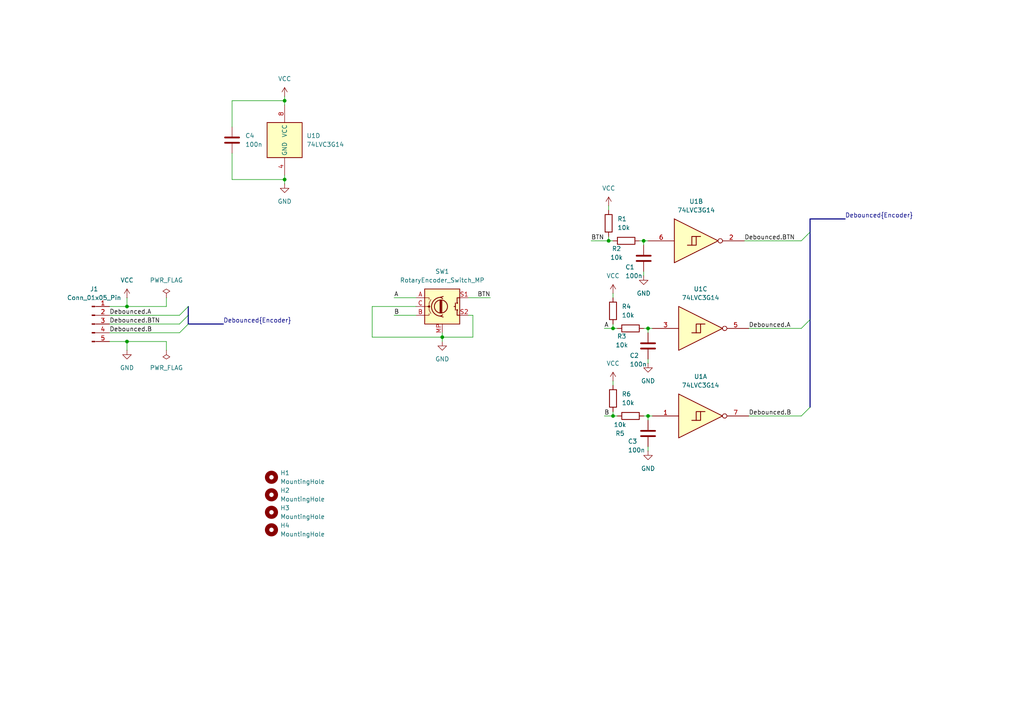
<source format=kicad_sch>
(kicad_sch (version 20250114) (generator "eeschema") (generator_version "9.0")
  (paper "A4")
  (lib_symbols
    (symbol "74xGxx:74LVC3G14"
      (property "Reference" "U" (at -2.54 7.62 0))
      (property "Value" "74LVC3G14" (at 2.54 -7.62 0))
      (symbol "74LVC3G14_1_1"
        (polyline (pts (xy -7.62 6.35) (xy -7.62 -6.35) (xy 5.08 0) (xy -7.62 6.35)) (stroke (width 0.254)) (fill (type background)))
        (polyline (pts (xy -3.81 -1.27) (xy -2.54 -1.27) (xy -2.54 1.27) (xy 0 1.27)) (stroke (width 0.254)) (fill (type background)))
        (polyline (pts (xy -2.54 -1.27) (xy -1.27 -1.27) (xy -1.27 1.27)) (stroke (width 0.254)) (fill (type background)))
        (pin input line (at -15.24 0 0) (length 7.62) (name "~") (number "1"))
        (pin output inverted (at 12.7 0 180) (length 7.62) (name "~") (number "7"))
      )
      (symbol "74LVC3G14_2_1"
        (polyline (pts (xy -7.62 6.35) (xy -7.62 -6.35) (xy 5.08 0) (xy -7.62 6.35)) (stroke (width 0.254)) (fill (type background)))
        (polyline (pts (xy -3.81 -1.27) (xy -2.54 -1.27) (xy -2.54 1.27) (xy 0 1.27)) (stroke (width 0.254)) (fill (type background)))
        (polyline (pts (xy -2.54 -1.27) (xy -1.27 -1.27) (xy -1.27 1.27)) (stroke (width 0.254)) (fill (type background)))
        (pin input line (at -15.24 0 0) (length 7.62) (name "~") (number "6"))
        (pin output inverted (at 12.7 0 180) (length 7.62) (name "~") (number "2"))
      )
      (symbol "74LVC3G14_3_1"
        (polyline (pts (xy -7.62 6.35) (xy -7.62 -6.35) (xy 5.08 0) (xy -7.62 6.35)) (stroke (width 0.254)) (fill (type background)))
        (polyline (pts (xy -3.81 -1.27) (xy -2.54 -1.27) (xy -2.54 1.27) (xy 0 1.27)) (stroke (width 0.254)) (fill (type background)))
        (polyline (pts (xy -2.54 -1.27) (xy -1.27 -1.27) (xy -1.27 1.27)) (stroke (width 0.254)) (fill (type background)))
        (pin input line (at -15.24 0 0) (length 7.62) (name "~") (number "3"))
        (pin output inverted (at 12.7 0 180) (length 7.62) (name "~") (number "5"))
      )
      (symbol "74LVC3G14_4_0"
        (rectangle (start -5.08 -5.08) (end 5.08 5.08) (stroke (width 0.254)) (fill (type background)))
      )
      (symbol "74LVC3G14_4_1"
        (pin power_in line (at 0 10.16 270) (length 5.08) (name "VCC") (number "8"))
        (pin power_in line (at 0 -10.16 90) (length 5.08) (name "GND") (number "4"))
      )
    )
    (symbol "Connector:Conn_01x05_Pin" (pin_names (offset 1.016) (hide yes))
      (property "Reference" "J" (at 0 7.62 0))
      (property "Value" "Conn_01x05_Pin" (at 0 -7.62 0))
      (symbol "Conn_01x05_Pin_1_1"
        (rectangle (start 0.8636 5.207) (end 0 4.953) (stroke (width 0.1524)) (fill (type outline)))
        (rectangle (start 0.8636 2.667) (end 0 2.413) (stroke (width 0.1524)) (fill (type outline)))
        (rectangle (start 0.8636 0.127) (end 0 -0.127) (stroke (width 0.1524)) (fill (type outline)))
        (rectangle (start 0.8636 -2.413) (end 0 -2.667) (stroke (width 0.1524)) (fill (type outline)))
        (rectangle (start 0.8636 -4.953) (end 0 -5.207) (stroke (width 0.1524)) (fill (type outline)))
        (polyline (pts (xy 1.27 5.08) (xy 0.8636 5.08)) (stroke (width 0.1524)))
        (polyline (pts (xy 1.27 2.54) (xy 0.8636 2.54)) (stroke (width 0.1524)))
        (polyline (pts (xy 1.27 0) (xy 0.8636 0)) (stroke (width 0.1524)))
        (polyline (pts (xy 1.27 -2.54) (xy 0.8636 -2.54)) (stroke (width 0.1524)))
        (polyline (pts (xy 1.27 -5.08) (xy 0.8636 -5.08)) (stroke (width 0.1524)))
        (pin passive line (at 5.08 5.08 180) (length 3.81) (name "Pin_1") (number "1"))
        (pin passive line (at 5.08 2.54 180) (length 3.81) (name "Pin_2") (number "2"))
        (pin passive line (at 5.08 0 180) (length 3.81) (name "Pin_3") (number "3"))
        (pin passive line (at 5.08 -2.54 180) (length 3.81) (name "Pin_4") (number "4"))
        (pin passive line (at 5.08 -5.08 180) (length 3.81) (name "Pin_5") (number "5"))
      )
    )
    (symbol "Device:C" (pin_numbers (hide yes)) (pin_names (offset 0.254))
      (property "Reference" "C" (at 0.635 2.54 0))
      (property "Value" "C" (at 0.635 -2.54 0))
      (symbol "C_0_1"
        (polyline (pts (xy -2.032 0.762) (xy 2.032 0.762)) (stroke (width 0.508)))
        (polyline (pts (xy -2.032 -0.762) (xy 2.032 -0.762)) (stroke (width 0.508)))
      )
      (symbol "C_1_1"
        (pin passive line (at 0 3.81 270) (length 2.794) (name "~") (number "1"))
        (pin passive line (at 0 -3.81 90) (length 2.794) (name "~") (number "2"))
      )
    )
    (symbol "Device:R" (pin_numbers (hide yes)) (pin_names (offset 0))
      (property "Reference" "R" (at 2.032 0 90))
      (property "Value" "R" (at 0 0 90))
      (symbol "R_0_1"
        (rectangle (start -1.016 -2.54) (end 1.016 2.54) (stroke (width 0.254)))
      )
      (symbol "R_1_1"
        (pin passive line (at 0 3.81 270) (length 1.27) (name "~") (number "1"))
        (pin passive line (at 0 -3.81 90) (length 1.27) (name "~") (number "2"))
      )
    )
    (symbol "Device:RotaryEncoder_Switch_MP" (pin_names (offset 0.254) (hide yes))
      (property "Reference" "SW" (at 0 8.89 0))
      (property "Value" "RotaryEncoder_Switch_MP" (at 0 6.35 0))
      (symbol "RotaryEncoder_Switch_MP_0_1"
        (rectangle (start -5.08 5.08) (end 5.08 -5.08) (stroke (width 0.254)) (fill (type background)))
        (polyline (pts (xy -5.08 2.54) (xy -3.81 2.54) (xy -3.81 2.032)))
        (polyline (pts (xy -5.08 0) (xy -3.81 0) (xy -3.81 -1.016) (xy -3.302 -2.032)))
        (polyline (pts (xy -5.08 -2.54) (xy -3.81 -2.54) (xy -3.81 -2.032)))
        (polyline (pts (xy -4.318 0) (xy -3.81 0) (xy -3.81 1.016) (xy -3.302 2.032)))
        (circle (center -3.81 0) (radius 0.254) (fill (type outline)))
        (polyline (pts (xy -0.635 -1.778) (xy -0.635 1.778)) (stroke (width 0.254)))
        (circle (center -0.381 0) (radius 1.905) (stroke (width 0.254)))
        (polyline (pts (xy -0.381 -1.778) (xy -0.381 1.778)) (stroke (width 0.254)))
        (arc (start -0.381 -2.794) (mid -3.0988 -0.0635) (end -0.381 2.667) (stroke (width 0.254)))
        (polyline (pts (xy -0.127 1.778) (xy -0.127 -1.778)) (stroke (width 0.254)))
        (polyline (pts (xy 0.254 2.921) (xy -0.508 2.667) (xy 0.127 2.286)) (stroke (width 0.254)))
        (polyline (pts (xy 0.254 -3.048) (xy -0.508 -2.794) (xy 0.127 -2.413)) (stroke (width 0.254)))
        (polyline (pts (xy 3.81 1.016) (xy 3.81 -1.016)) (stroke (width 0.254)))
        (polyline (pts (xy 3.81 0) (xy 3.429 0)) (stroke (width 0.254)))
        (circle (center 4.318 1.016) (radius 0.127) (stroke (width 0.254)))
        (circle (center 4.318 -1.016) (radius 0.127) (stroke (width 0.254)))
        (polyline (pts (xy 5.08 2.54) (xy 4.318 2.54) (xy 4.318 1.016)) (stroke (width 0.254)))
        (polyline (pts (xy 5.08 -2.54) (xy 4.318 -2.54) (xy 4.318 -1.016)) (stroke (width 0.254)))
      )
      (symbol "RotaryEncoder_Switch_MP_1_1"
        (pin passive line (at -7.62 2.54 0) (length 2.54) (name "A") (number "A"))
        (pin passive line (at -7.62 0 0) (length 2.54) (name "C") (number "C"))
        (pin passive line (at -7.62 -2.54 0) (length 2.54) (name "B") (number "B"))
        (pin passive line (at 0 -7.62 90) (length 2.54) (name "MP") (number "MP"))
        (pin passive line (at 7.62 2.54 180) (length 2.54) (name "S1") (number "S1"))
        (pin passive line (at 7.62 -2.54 180) (length 2.54) (name "S2") (number "S2"))
      )
    )
    (symbol "Mechanical:MountingHole" (pin_names (offset 1.016)) (in_bom no)
      (property "Reference" "H" (at 0 5.08 0))
      (property "Value" "MountingHole" (at 0 3.175 0))
      (symbol "MountingHole_0_1"
        (circle (center 0 0) (radius 1.27) (stroke (width 1.27)))
      )
    )
    (symbol "power:GND" (power) (pin_numbers (hide yes)) (pin_names (offset 0) (hide yes))
      (property "Value" "GND" (at 0 -3.81 0))
      (symbol "GND_0_1"
        (polyline (pts (xy 0 0) (xy 0 -1.27) (xy 1.27 -1.27) (xy 0 -2.54) (xy -1.27 -1.27) (xy 0 -1.27)))
      )
      (symbol "GND_1_1"
        (pin power_in line (at 0 0 270) (length 0) (name "~") (number "1"))
      )
    )
    (symbol "power:PWR_FLAG" (power) (pin_numbers (hide yes)) (pin_names (offset 0) (hide yes))
      (property "Value" "PWR_FLAG" (at 0 3.81 0))
      (symbol "PWR_FLAG_0_0"
        (pin power_out line (at 0 0 90) (length 0) (name "~") (number "1"))
      )
      (symbol "PWR_FLAG_0_1"
        (polyline (pts (xy 0 0) (xy 0 1.27) (xy -1.016 1.905) (xy 0 2.54) (xy 1.016 1.905) (xy 0 1.27)))
      )
    )
    (symbol "power:VCC" (power) (pin_numbers (hide yes)) (pin_names (offset 0) (hide yes))
      (property "Value" "VCC" (at 0 3.556 0))
      (symbol "VCC_0_1"
        (polyline (pts (xy -0.762 1.27) (xy 0 2.54)))
        (polyline (pts (xy 0 2.54) (xy 0.762 1.27)))
        (polyline (pts (xy 0 0) (xy 0 2.54)))
      )
      (symbol "VCC_1_1"
        (pin power_in line (at 0 0 90) (length 0) (name "~") (number "1"))
      )
    )
  )
  (bus_alias "Encoder" (members "BTN" "A" "B"))
  (junction (at 187.96 120.65))
  (junction (at 82.55 52.07))
  (junction (at 177.8 120.65))
  (junction (at 36.83 88.9))
  (junction (at 128.27 97.79))
  (junction (at 177.8 95.25))
  (junction (at 82.55 29.21))
  (junction (at 36.83 99.06))
  (junction (at 186.69 69.85))
  (junction (at 187.96 95.25))
  (junction (at 176.53 69.85))
  (bus_entry (at 234.95 92.71) (size -2.54 2.54))
  (bus_entry (at 234.95 118.11) (size -2.54 2.54))
  (bus_entry (at 54.61 91.44) (size -2.54 2.54))
  (bus_entry (at 234.95 67.31) (size -2.54 2.54))
  (bus_entry (at 54.61 93.98) (size -2.54 2.54))
  (bus_entry (at 54.61 88.9) (size -2.54 2.54))
  (wire (pts (xy 31.75 93.98) (xy 52.07 93.98)))
  (wire (pts (xy 48.26 99.06) (xy 36.83 99.06)))
  (wire (pts (xy 177.8 110.49) (xy 177.8 111.76)))
  (wire (pts (xy 48.26 86.36) (xy 48.26 88.9)))
  (wire (pts (xy 175.26 95.25) (xy 177.8 95.25)))
  (wire (pts (xy 137.16 91.44) (xy 137.16 97.79)))
  (wire (pts (xy 36.83 88.9) (xy 48.26 88.9)))
  (wire (pts (xy 177.8 120.65) (xy 179.07 120.65)))
  (wire (pts (xy 107.95 97.79) (xy 128.27 97.79)))
  (wire (pts (xy 135.89 91.44) (xy 137.16 91.44)))
  (wire (pts (xy 82.55 27.94) (xy 82.55 29.21)))
  (wire (pts (xy 187.96 95.25) (xy 189.23 95.25)))
  (wire (pts (xy 186.69 69.85) (xy 186.69 71.12)))
  (bus (pts (xy 54.61 93.98) (xy 64.77 93.98)))
  (wire (pts (xy 120.65 88.9) (xy 107.95 88.9)))
  (wire (pts (xy 171.45 69.85) (xy 176.53 69.85)))
  (wire (pts (xy 177.8 95.25) (xy 179.07 95.25)))
  (wire (pts (xy 177.8 120.65) (xy 177.8 119.38)))
  (wire (pts (xy 187.96 104.14) (xy 187.96 105.41)))
  (wire (pts (xy 31.75 91.44) (xy 52.07 91.44)))
  (wire (pts (xy 128.27 99.06) (xy 128.27 97.79)))
  (wire (pts (xy 36.83 99.06) (xy 36.83 101.6)))
  (wire (pts (xy 186.69 69.85) (xy 187.96 69.85)))
  (wire (pts (xy 31.75 88.9) (xy 36.83 88.9)))
  (wire (pts (xy 114.3 86.36) (xy 120.65 86.36)))
  (wire (pts (xy 82.55 52.07) (xy 82.55 53.34)))
  (wire (pts (xy 176.53 59.69) (xy 176.53 60.96)))
  (wire (pts (xy 187.96 120.65) (xy 189.23 120.65)))
  (wire (pts (xy 67.31 36.83) (xy 67.31 29.21)))
  (wire (pts (xy 82.55 50.8) (xy 82.55 52.07)))
  (wire (pts (xy 186.69 120.65) (xy 187.96 120.65)))
  (wire (pts (xy 187.96 129.54) (xy 187.96 130.81)))
  (wire (pts (xy 177.8 85.09) (xy 177.8 86.36)))
  (wire (pts (xy 128.27 96.52) (xy 128.27 97.79)))
  (bus (pts (xy 234.95 63.5) (xy 245.11 63.5)))
  (wire (pts (xy 48.26 101.6) (xy 48.26 99.06)))
  (wire (pts (xy 67.31 52.07) (xy 82.55 52.07)))
  (wire (pts (xy 176.53 69.85) (xy 177.8 69.85)))
  (wire (pts (xy 67.31 29.21) (xy 82.55 29.21)))
  (bus (pts (xy 234.95 63.5) (xy 234.95 67.31)))
  (wire (pts (xy 215.9 69.85) (xy 232.41 69.85)))
  (wire (pts (xy 185.42 69.85) (xy 186.69 69.85)))
  (wire (pts (xy 114.3 91.44) (xy 120.65 91.44)))
  (wire (pts (xy 217.17 95.25) (xy 232.41 95.25)))
  (bus (pts (xy 234.95 67.31) (xy 234.95 92.71)))
  (bus (pts (xy 234.95 92.71) (xy 234.95 118.11)))
  (wire (pts (xy 82.55 29.21) (xy 82.55 30.48)))
  (wire (pts (xy 217.17 120.65) (xy 232.41 120.65)))
  (wire (pts (xy 31.75 99.06) (xy 36.83 99.06)))
  (wire (pts (xy 177.8 93.98) (xy 177.8 95.25)))
  (bus (pts (xy 54.61 91.44) (xy 54.61 88.9)))
  (wire (pts (xy 176.53 69.85) (xy 176.53 68.58)))
  (wire (pts (xy 135.89 86.36) (xy 142.24 86.36)))
  (wire (pts (xy 175.26 120.65) (xy 177.8 120.65)))
  (wire (pts (xy 137.16 97.79) (xy 128.27 97.79)))
  (wire (pts (xy 36.83 88.9) (xy 36.83 86.36)))
  (wire (pts (xy 186.69 95.25) (xy 187.96 95.25)))
  (wire (pts (xy 186.69 78.74) (xy 186.69 80.01)))
  (wire (pts (xy 31.75 96.52) (xy 52.07 96.52)))
  (wire (pts (xy 187.96 120.65) (xy 187.96 121.92)))
  (bus (pts (xy 54.61 93.98) (xy 54.61 91.44)))
  (wire (pts (xy 107.95 88.9) (xy 107.95 97.79)))
  (wire (pts (xy 187.96 95.25) (xy 187.96 96.52)))
  (wire (pts (xy 67.31 44.45) (xy 67.31 52.07)))
  (label "Debounced{Encoder}" (at 64.77 93.98 0))
  (label "A" (at 114.3 86.36 0))
  (label "Debounced{Encoder}" (at 245.11 63.5 0))
  (label "BTN" (at 171.45 69.85 0))
  (label "Debounced.B" (at 217.17 120.65 0))
  (label "B" (at 114.3 91.44 0))
  (label "Debounced.BTN" (at 31.75 93.98 0))
  (label "Debounced.B" (at 31.75 96.52 0))
  (label "BTN" (at 142.24 86.36 180))
  (label "Debounced.A" (at 31.75 91.44 0))
  (label "Debounced.A" (at 217.17 95.25 0))
  (label "B" (at 175.26 120.65 0))
  (label "Debounced.BTN" (at 215.9 69.85 0))
  (label "A" (at 175.26 95.25 0))
  (symbol (lib_id "Device:R") (at 182.88 120.65 270) (unit 1)
    (property "Reference" "R5" (at 179.832 125.73 90))
    (property "Value" "10k" (at 179.832 123.19 90))
    (property "Footprint" "Resistor_SMD:R_1206_3216Metric_Pad1.30x1.75mm_HandSolder" (effects (hide yes)))
    (property "Description" "Resistor" (effects (hide yes)))
  )
  (symbol (lib_id "Device:R") (at 182.88 95.25 90) (unit 1)
    (property "Reference" "R3" (at 180.34 97.536 90))
    (property "Value" "10k" (at 180.34 100.076 90))
    (property "Footprint" "Resistor_SMD:R_1206_3216Metric_Pad1.30x1.75mm_HandSolder" (effects (hide yes)))
    (property "Description" "Resistor" (effects (hide yes)))
  )
  (symbol (lib_id "power:GND") (at 128.27 99.06 0) (unit 1)
    (property "Reference" "#PWR02" (effects (hide yes)))
    (property "Value" "GND" (at 128.27 104.14 0))
    (property "Description" "Power symbol creates a global label with name \"GND\" , ground" (effects (hide yes)))
  )
  (symbol (lib_id "74xGxx:74LVC3G14") (at 204.47 95.25 0) (unit 3)
    (property "Reference" "U1" (at 203.2 83.82 0))
    (property "Value" "74LVC3G14" (at 203.2 86.36 0))
    (property "Footprint" "Package_SO:SSOP-8_3.9x5.05mm_P1.27mm" (effects (hide yes)))
    (property "Datasheet" "https://www.ti.com/lit/ds/symlink/sn74lvc3g14.pdf" (effects (hide yes)))
    (property "Description" "Triple NOT Gate Schmitt, Low-Voltage CMOS" (effects (hide yes)))
  )
  (symbol (lib_id "Device:C") (at 67.31 40.64 0) (unit 1)
    (property "Reference" "C4" (at 71.12 39.3699 0) (effects (justify left)))
    (property "Value" "100n" (at 71.12 41.9099 0) (effects (justify left)))
    (property "Footprint" "Capacitor_SMD:C_1206_3216Metric_Pad1.33x1.80mm_HandSolder" (effects (hide yes)))
    (property "Description" "Unpolarized capacitor" (effects (hide yes)))
  )
  (symbol (lib_id "Device:RotaryEncoder_Switch_MP") (at 128.27 88.9 0) (unit 1)
    (property "Reference" "SW1" (at 128.27 78.74 0))
    (property "Value" "RotaryEncoder_Switch_MP" (at 128.27 81.28 0))
    (property "Footprint" "Rotary_Encoder:RotaryEncoder_Alps_EC12E-Switch_Vertical_H20mm" (effects (hide yes)))
    (property "Description" "Rotary encoder, dual channel, incremental quadrate outputs, with switch and MP Pin" (effects (hide yes)))
  )
  (symbol (lib_id "74xGxx:74LVC3G14") (at 204.47 120.65 0) (unit 1)
    (property "Reference" "U1" (at 203.2 109.22 0))
    (property "Value" "74LVC3G14" (at 203.2 111.76 0))
    (property "Footprint" "Package_SO:SSOP-8_3.9x5.05mm_P1.27mm" (effects (hide yes)))
    (property "Datasheet" "https://www.ti.com/lit/ds/symlink/sn74lvc3g14.pdf" (effects (hide yes)))
    (property "Description" "Triple NOT Gate Schmitt, Low-Voltage CMOS" (effects (hide yes)))
  )
  (symbol (lib_id "74xGxx:74LVC3G14") (at 82.55 40.64 0) (unit 4)
    (property "Reference" "U1" (at 88.9 39.3699 0) (effects (justify left)))
    (property "Value" "74LVC3G14" (at 88.9 41.9099 0) (effects (justify left)))
    (property "Footprint" "Package_SO:SSOP-8_3.9x5.05mm_P1.27mm" (effects (hide yes)))
    (property "Datasheet" "https://www.ti.com/lit/ds/symlink/sn74lvc3g14.pdf" (effects (hide yes)))
    (property "Description" "Triple NOT Gate Schmitt, Low-Voltage CMOS" (effects (hide yes)))
  )
  (symbol (lib_id "Device:R") (at 177.8 115.57 0) (unit 1)
    (property "Reference" "R6" (at 180.34 114.2999 0) (effects (justify left)))
    (property "Value" "10k" (at 180.34 116.8399 0) (effects (justify left)))
    (property "Footprint" "Resistor_SMD:R_1206_3216Metric_Pad1.30x1.75mm_HandSolder" (effects (hide yes)))
    (property "Description" "Resistor" (effects (hide yes)))
  )
  (symbol (lib_id "Mechanical:MountingHole") (at 78.74 143.51 0) (unit 1) (in_bom no)
    (property "Reference" "H2" (at 81.28 142.2399 0) (effects (justify left)))
    (property "Value" "MountingHole" (at 81.28 144.7799 0) (effects (justify left)))
    (property "Footprint" "MountingHole:MountingHole_2mm" (effects (hide yes)))
    (property "Description" "Mounting Hole without connection" (effects (hide yes)))
  )
  (symbol (lib_id "Mechanical:MountingHole") (at 78.74 153.67 0) (unit 1) (in_bom no)
    (property "Reference" "H4" (at 81.28 152.3999 0) (effects (justify left)))
    (property "Value" "MountingHole" (at 81.28 154.9399 0) (effects (justify left)))
    (property "Footprint" "MountingHole:MountingHole_2mm" (effects (hide yes)))
    (property "Description" "Mounting Hole without connection" (effects (hide yes)))
  )
  (symbol (lib_id "power:GND") (at 36.83 101.6 0) (unit 1)
    (property "Reference" "#PWR012" (effects (hide yes)))
    (property "Value" "GND" (at 36.83 106.68 0))
    (property "Description" "Power symbol creates a global label with name \"GND\" , ground" (effects (hide yes)))
  )
  (symbol (lib_id "Device:R") (at 176.53 64.77 0) (unit 1)
    (property "Reference" "R1" (at 179.07 63.4999 0) (effects (justify left)))
    (property "Value" "10k" (at 179.07 66.0399 0) (effects (justify left)))
    (property "Footprint" "Resistor_SMD:R_1206_3216Metric_Pad1.30x1.75mm_HandSolder" (effects (hide yes)))
    (property "Description" "Resistor" (effects (hide yes)))
  )
  (symbol (lib_id "power:VCC") (at 82.55 27.94 0) (unit 1)
    (property "Reference" "#PWR03" (effects (hide yes)))
    (property "Value" "VCC" (at 82.55 22.86 0))
    (property "Description" "Power symbol creates a global label with name \"VCC\"" (effects (hide yes)))
  )
  (symbol (lib_id "Device:C") (at 187.96 100.33 0) (unit 1)
    (property "Reference" "C2" (at 182.626 103.124 0) (effects (justify left)))
    (property "Value" "100n" (at 182.626 105.664 0) (effects (justify left)))
    (property "Footprint" "Capacitor_SMD:C_1206_3216Metric_Pad1.33x1.80mm_HandSolder" (effects (hide yes)))
    (property "Description" "Unpolarized capacitor" (effects (hide yes)))
  )
  (symbol (lib_id "Device:R") (at 181.61 69.85 90) (unit 1)
    (property "Reference" "R2" (at 178.816 72.136 90))
    (property "Value" "10k" (at 178.816 74.676 90))
    (property "Footprint" "Resistor_SMD:R_1206_3216Metric_Pad1.30x1.75mm_HandSolder" (effects (hide yes)))
    (property "Description" "Resistor" (effects (hide yes)))
  )
  (symbol (lib_id "power:VCC") (at 177.8 110.49 0) (unit 1)
    (property "Reference" "#PWR010" (effects (hide yes)))
    (property "Value" "VCC" (at 177.8 105.41 0))
    (property "Description" "Power symbol creates a global label with name \"VCC\"" (effects (hide yes)))
  )
  (symbol (lib_id "power:PWR_FLAG") (at 48.26 86.36 0) (unit 1)
    (property "Reference" "#FLG01" (effects (hide yes)))
    (property "Value" "PWR_FLAG" (at 48.26 81.28 0))
    (property "Description" "Special symbol for telling ERC where power comes from" (effects (hide yes)))
  )
  (symbol (lib_id "power:VCC") (at 177.8 85.09 0) (unit 1)
    (property "Reference" "#PWR08" (effects (hide yes)))
    (property "Value" "VCC" (at 177.8 80.01 0))
    (property "Description" "Power symbol creates a global label with name \"VCC\"" (effects (hide yes)))
  )
  (symbol (lib_id "74xGxx:74LVC3G14") (at 203.2 69.85 0) (unit 2)
    (property "Reference" "U1" (at 201.93 58.42 0))
    (property "Value" "74LVC3G14" (at 201.93 60.96 0))
    (property "Footprint" "Package_SO:SSOP-8_3.9x5.05mm_P1.27mm" (effects (hide yes)))
    (property "Datasheet" "https://www.ti.com/lit/ds/symlink/sn74lvc3g14.pdf" (effects (hide yes)))
    (property "Description" "Triple NOT Gate Schmitt, Low-Voltage CMOS" (effects (hide yes)))
  )
  (symbol (lib_id "Mechanical:MountingHole") (at 78.74 148.59 0) (unit 1) (in_bom no)
    (property "Reference" "H3" (at 81.28 147.3199 0) (effects (justify left)))
    (property "Value" "MountingHole" (at 81.28 149.8599 0) (effects (justify left)))
    (property "Footprint" "MountingHole:MountingHole_2mm" (effects (hide yes)))
    (property "Description" "Mounting Hole without connection" (effects (hide yes)))
  )
  (symbol (lib_id "power:GND") (at 187.96 105.41 0) (unit 1)
    (property "Reference" "#PWR07" (effects (hide yes)))
    (property "Value" "GND" (at 187.96 110.49 0))
    (property "Description" "Power symbol creates a global label with name \"GND\" , ground" (effects (hide yes)))
  )
  (symbol (lib_id "power:GND") (at 82.55 53.34 0) (unit 1)
    (property "Reference" "#PWR04" (effects (hide yes)))
    (property "Value" "GND" (at 82.55 58.42 0))
    (property "Description" "Power symbol creates a global label with name \"GND\" , ground" (effects (hide yes)))
  )
  (symbol (lib_id "Device:C") (at 187.96 125.73 0) (unit 1)
    (property "Reference" "C3" (at 182.118 128.016 0) (effects (justify left)))
    (property "Value" "100n" (at 182.118 130.556 0) (effects (justify left)))
    (property "Footprint" "Capacitor_SMD:C_1206_3216Metric_Pad1.33x1.80mm_HandSolder" (effects (hide yes)))
    (property "Description" "Unpolarized capacitor" (effects (hide yes)))
  )
  (symbol (lib_id "power:GND") (at 186.69 80.01 0) (unit 1)
    (property "Reference" "#PWR05" (effects (hide yes)))
    (property "Value" "GND" (at 186.69 85.09 0))
    (property "Description" "Power symbol creates a global label with name \"GND\" , ground" (effects (hide yes)))
  )
  (symbol (lib_id "power:PWR_FLAG") (at 48.26 101.6 180) (unit 1)
    (property "Reference" "#FLG02" (effects (hide yes)))
    (property "Value" "PWR_FLAG" (at 48.26 106.68 0))
    (property "Description" "Special symbol for telling ERC where power comes from" (effects (hide yes)))
  )
  (symbol (lib_id "power:GND") (at 187.96 130.81 0) (unit 1)
    (property "Reference" "#PWR09" (effects (hide yes)))
    (property "Value" "GND" (at 187.96 135.89 0))
    (property "Description" "Power symbol creates a global label with name \"GND\" , ground" (effects (hide yes)))
  )
  (symbol (lib_id "Mechanical:MountingHole") (at 78.74 138.43 0) (unit 1) (in_bom no)
    (property "Reference" "H1" (at 81.28 137.1599 0) (effects (justify left)))
    (property "Value" "MountingHole" (at 81.28 139.6999 0) (effects (justify left)))
    (property "Footprint" "MountingHole:MountingHole_2mm" (effects (hide yes)))
    (property "Description" "Mounting Hole without connection" (effects (hide yes)))
  )
  (symbol (lib_id "power:VCC") (at 36.83 86.36 0) (unit 1)
    (property "Reference" "#PWR011" (effects (hide yes)))
    (property "Value" "VCC" (at 36.83 81.28 0))
    (property "Description" "Power symbol creates a global label with name \"VCC\"" (effects (hide yes)))
  )
  (symbol (lib_id "Device:C") (at 186.69 74.93 0) (unit 1)
    (property "Reference" "C1" (at 181.356 77.47 0) (effects (justify left)))
    (property "Value" "100n" (at 181.356 80.01 0) (effects (justify left)))
    (property "Footprint" "Capacitor_SMD:C_1206_3216Metric_Pad1.33x1.80mm_HandSolder" (effects (hide yes)))
    (property "Description" "Unpolarized capacitor" (effects (hide yes)))
  )
  (symbol (lib_id "Device:R") (at 177.8 90.17 0) (unit 1)
    (property "Reference" "R4" (at 180.34 88.8999 0) (effects (justify left)))
    (property "Value" "10k" (at 180.34 91.4399 0) (effects (justify left)))
    (property "Footprint" "Resistor_SMD:R_1206_3216Metric_Pad1.30x1.75mm_HandSolder" (effects (hide yes)))
    (property "Description" "Resistor" (effects (hide yes)))
  )
  (symbol (lib_id "power:VCC") (at 176.53 59.69 0) (unit 1)
    (property "Reference" "#PWR06" (effects (hide yes)))
    (property "Value" "VCC" (at 176.53 54.61 0))
    (property "Description" "Power symbol creates a global label with name \"VCC\"" (effects (hide yes)))
  )
  (symbol (lib_id "Connector:Conn_01x05_Pin") (at 26.67 93.98 0) (unit 1)
    (property "Reference" "J1" (at 27.305 83.82 0))
    (property "Value" "Conn_01x05_Pin" (at 27.305 86.36 0))
    (property "Footprint" "Connector_PinHeader_2.54mm:PinHeader_1x05_P2.54mm_Vertical" (effects (hide yes)))
    (property "Description" "Generic connector, single row, 01x05, script generated" (effects (hide yes)))
  )
)
</source>
